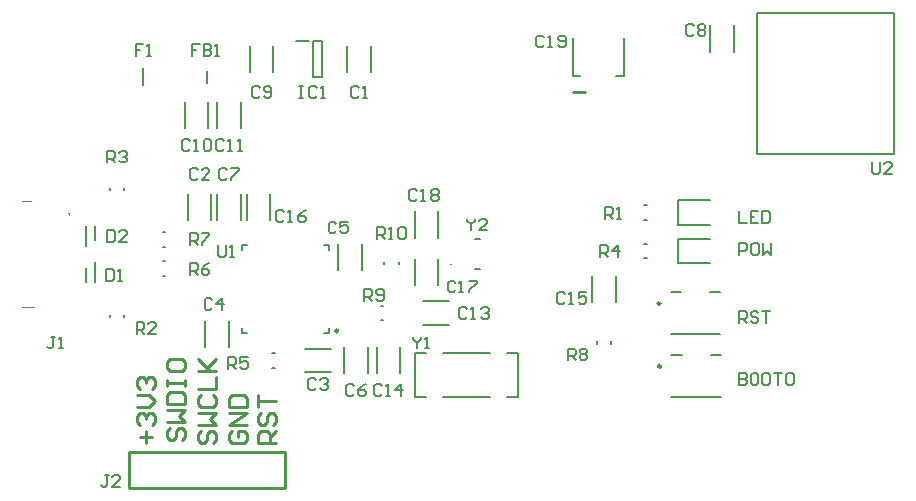
<source format=gto>
G04*
G04 #@! TF.GenerationSoftware,Altium Limited,Altium Designer,25.8.1 (18)*
G04*
G04 Layer_Color=65535*
%FSLAX44Y44*%
%MOMM*%
G71*
G04*
G04 #@! TF.SameCoordinates,5983EDC3-4ECE-46C9-A552-0EA99BB4F25C*
G04*
G04*
G04 #@! TF.FilePolarity,Positive*
G04*
G01*
G75*
%ADD10C,0.2500*%
%ADD11C,0.1000*%
%ADD12C,0.2000*%
%ADD13C,0.2540*%
%ADD14C,0.1270*%
%ADD15C,0.1500*%
D10*
X1077250Y477500D02*
G03*
X1077250Y477500I-1250J0D01*
G01*
X1350250Y500500D02*
G03*
X1350250Y500500I-1250J0D01*
G01*
X1350750Y447500D02*
G03*
X1350750Y447500I-1250J0D01*
G01*
D11*
X1213500Y464000D02*
G03*
X1213500Y465000I0J500D01*
G01*
D02*
G03*
X1213500Y464000I0J-500D01*
G01*
X1172000Y533500D02*
G03*
X1173000Y533500I500J0D01*
G01*
D02*
G03*
X1172000Y533500I-500J0D01*
G01*
X810000Y497800D02*
X820000D01*
X810000D02*
X820000D01*
X810000Y587200D02*
X817500D01*
X810000D02*
Y587500D01*
X817500D01*
Y587200D02*
Y587500D01*
D12*
X849500Y576500D02*
G03*
X849500Y575500I0J-500D01*
G01*
D02*
G03*
X849500Y576500I0J500D01*
G01*
D02*
G03*
X849500Y575500I0J-500D01*
G01*
X1065250Y550000D02*
X1069500D01*
Y545750D02*
Y550000D01*
X995500D02*
X999750D01*
X995500Y545750D02*
Y550000D01*
Y476000D02*
Y480250D01*
Y476000D02*
X999750D01*
X1065250D02*
X1069500D01*
Y480250D01*
X1166000Y421500D02*
X1206000D01*
X1166000Y458500D02*
X1206000D01*
X1142500Y421500D02*
X1152000D01*
X1142500D02*
Y458500D01*
X1152000D01*
X1220000Y421500D02*
X1229500D01*
X1230000Y458500D01*
X1220000D02*
X1230000D01*
X929000Y548750D02*
X931000D01*
X929000Y561250D02*
X931000D01*
X871500Y554000D02*
Y566000D01*
X863500Y549300D02*
Y566000D01*
X1077500Y528950D02*
Y551050D01*
X1097500Y528950D02*
Y551050D01*
X1021500Y458750D02*
X1023500D01*
X1021500Y446250D02*
X1023500D01*
X871500Y519000D02*
Y535700D01*
X863500Y519000D02*
Y531000D01*
X912500Y685250D02*
Y699750D01*
X1056250Y722500D02*
X1063750D01*
Y692500D02*
Y722500D01*
X1056250Y692500D02*
X1063750D01*
X1056250D02*
Y722500D01*
X1041250D02*
X1052750D01*
X966191Y687250D02*
Y697750D01*
X1364750Y555500D02*
X1392000D01*
X1364750Y534500D02*
Y555500D01*
Y534500D02*
X1392000D01*
X1364750Y588000D02*
X1392000D01*
X1364750Y567000D02*
Y588000D01*
Y567000D02*
X1392000D01*
X1193000Y555000D02*
X1197000D01*
X1193000Y530000D02*
X1197000D01*
X1392250Y510250D02*
X1401000D01*
X1359000D02*
X1367750D01*
X1359000Y474750D02*
X1401000D01*
X1392750Y457250D02*
X1401500D01*
X1359500D02*
X1368250D01*
X1359500Y421750D02*
X1401500D01*
X1148950Y482500D02*
X1171050D01*
X1148950Y502500D02*
X1171050D01*
X985000Y463950D02*
Y486050D01*
X965000Y463950D02*
Y486050D01*
X929000Y536250D02*
X931000D01*
X929000Y523750D02*
X931000D01*
X950000Y571450D02*
Y593550D01*
X970000Y571450D02*
Y593550D01*
X1020000Y571450D02*
Y593550D01*
X1000000Y571450D02*
Y593550D01*
X975000Y571450D02*
Y593550D01*
X995000Y571450D02*
Y593550D01*
X975000Y648950D02*
Y671050D01*
X995000Y648950D02*
Y671050D01*
X947500Y648950D02*
Y671050D01*
X967500Y648950D02*
Y671050D01*
X1308750Y466500D02*
Y468500D01*
X1296250Y466500D02*
Y468500D01*
X1292500Y501450D02*
Y523550D01*
X1312500Y501450D02*
Y523550D01*
X1319000Y693500D02*
Y725000D01*
X1312500Y693500D02*
X1319000D01*
X1276000D02*
Y725000D01*
Y693500D02*
X1282500D01*
X1312500D02*
X1319000D01*
Y725000D01*
X1412500Y713950D02*
Y736050D01*
X1392500Y713950D02*
Y736050D01*
X1336500Y551250D02*
X1338500D01*
X1336500Y538750D02*
X1338500D01*
X1336500Y583750D02*
X1338500D01*
X1336500Y571250D02*
X1338500D01*
X896250Y596500D02*
Y598500D01*
X883750Y596500D02*
Y598500D01*
Y489000D02*
Y491000D01*
X896250Y489000D02*
Y491000D01*
X1022500Y696450D02*
Y718550D01*
X1002500Y696450D02*
Y718550D01*
X1105000Y696450D02*
Y718550D01*
X1085000Y696450D02*
Y718550D01*
X1113500Y486250D02*
X1115500D01*
X1113500Y498750D02*
X1115500D01*
X1116250Y534000D02*
Y536000D01*
X1128750Y534000D02*
Y536000D01*
X1142000Y556450D02*
Y578550D01*
X1162000Y556450D02*
Y578550D01*
X1130000Y441450D02*
Y463550D01*
X1110000Y441450D02*
Y463550D01*
X1142000Y516450D02*
Y538550D01*
X1162000Y516450D02*
Y538550D01*
X1082500Y441450D02*
Y463550D01*
X1102500Y441450D02*
Y463550D01*
X1048950Y462500D02*
X1071050D01*
X1048950Y442500D02*
X1071050D01*
D13*
X900660Y344760D02*
Y375240D01*
X1032740Y344760D02*
Y352380D01*
X900660Y344760D02*
X1032740D01*
Y352380D02*
Y367620D01*
Y375240D01*
X900660D02*
X1032740D01*
X1276310Y680080D02*
X1286467D01*
X1024960Y382540D02*
X1009725D01*
Y390158D01*
X1012264Y392697D01*
X1017343D01*
X1019882Y390158D01*
Y382540D01*
Y387618D02*
X1024960Y392697D01*
X1012264Y407932D02*
X1009725Y405393D01*
Y400314D01*
X1012264Y397775D01*
X1014803D01*
X1017343Y400314D01*
Y405393D01*
X1019882Y407932D01*
X1022421D01*
X1024960Y405393D01*
Y400314D01*
X1022421Y397775D01*
X1009725Y413010D02*
Y423167D01*
Y418088D01*
X1024960D01*
X987264Y392697D02*
X984725Y390158D01*
Y385079D01*
X987264Y382540D01*
X997421D01*
X999960Y385079D01*
Y390158D01*
X997421Y392697D01*
X992343D01*
Y387618D01*
X999960Y397775D02*
X984725D01*
X999960Y407932D01*
X984725D01*
Y413010D02*
X999960D01*
Y420628D01*
X997421Y423167D01*
X987264D01*
X984725Y420628D01*
Y413010D01*
X961415Y392747D02*
X958876Y390207D01*
Y385129D01*
X961415Y382590D01*
X963954D01*
X966493Y385129D01*
Y390207D01*
X969033Y392747D01*
X971572D01*
X974111Y390207D01*
Y385129D01*
X971572Y382590D01*
X958876Y397825D02*
X974111D01*
X969033Y402903D01*
X974111Y407981D01*
X958876D01*
X961415Y423217D02*
X958876Y420677D01*
Y415599D01*
X961415Y413060D01*
X971572D01*
X974111Y415599D01*
Y420677D01*
X971572Y423217D01*
X958876Y428295D02*
X974111D01*
Y438452D01*
X958876Y443530D02*
X974111D01*
X969033D01*
X958876Y453687D01*
X966493Y446069D01*
X974111Y453687D01*
X935127Y395166D02*
X932588Y392626D01*
Y387548D01*
X935127Y385009D01*
X937666D01*
X940206Y387548D01*
Y392626D01*
X942745Y395166D01*
X945284D01*
X947823Y392626D01*
Y387548D01*
X945284Y385009D01*
X932588Y400244D02*
X947823D01*
X942745Y405322D01*
X947823Y410401D01*
X932588D01*
Y415479D02*
X947823D01*
Y423097D01*
X945284Y425636D01*
X935127D01*
X932588Y423097D01*
Y415479D01*
Y430714D02*
Y435793D01*
Y433253D01*
X947823D01*
Y430714D01*
Y435793D01*
X932588Y451027D02*
Y445949D01*
X935127Y443410D01*
X945284D01*
X947823Y445949D01*
Y451027D01*
X945284Y453567D01*
X935127D01*
X932588Y451027D01*
X914842Y382540D02*
Y392697D01*
X909764Y387618D02*
X919921D01*
X909764Y397775D02*
X907225Y400314D01*
Y405393D01*
X909764Y407932D01*
X912303D01*
X914842Y405393D01*
Y402853D01*
Y405393D01*
X917382Y407932D01*
X919921D01*
X922460Y405393D01*
Y400314D01*
X919921Y397775D01*
X907225Y413010D02*
X917382D01*
X922460Y418088D01*
X917382Y423167D01*
X907225D01*
X909764Y428245D02*
X907225Y430784D01*
Y435863D01*
X909764Y438402D01*
X912303D01*
X914842Y435863D01*
Y433324D01*
Y435863D01*
X917382Y438402D01*
X919921D01*
X922460Y435863D01*
Y430784D01*
X919921Y428245D01*
D14*
X1432260Y626800D02*
X1547830D01*
Y746800D01*
X1432260D02*
X1547830D01*
X1432260Y626800D02*
Y746800D01*
D15*
X1416842Y541500D02*
Y551497D01*
X1421840D01*
X1423506Y549831D01*
Y546498D01*
X1421840Y544832D01*
X1416842D01*
X1431837Y551497D02*
X1428505D01*
X1426839Y549831D01*
Y543166D01*
X1428505Y541500D01*
X1431837D01*
X1433503Y543166D01*
Y549831D01*
X1431837Y551497D01*
X1436835D02*
Y541500D01*
X1440168Y544832D01*
X1443500Y541500D01*
Y551497D01*
X1416500Y484000D02*
Y493997D01*
X1421498D01*
X1423165Y492331D01*
Y488998D01*
X1421498Y487332D01*
X1416500D01*
X1419832D02*
X1423165Y484000D01*
X1433161Y492331D02*
X1431495Y493997D01*
X1428163D01*
X1426497Y492331D01*
Y490664D01*
X1428163Y488998D01*
X1431495D01*
X1433161Y487332D01*
Y485666D01*
X1431495Y484000D01*
X1428163D01*
X1426497Y485666D01*
X1436494Y493997D02*
X1443158D01*
X1439826D01*
Y484000D01*
X1416500Y441497D02*
Y431500D01*
X1421498D01*
X1423165Y433166D01*
Y434832D01*
X1421498Y436498D01*
X1416500D01*
X1421498D01*
X1423165Y438164D01*
Y439831D01*
X1421498Y441497D01*
X1416500D01*
X1431495D02*
X1428163D01*
X1426497Y439831D01*
Y433166D01*
X1428163Y431500D01*
X1431495D01*
X1433161Y433166D01*
Y439831D01*
X1431495Y441497D01*
X1441492D02*
X1438160D01*
X1436494Y439831D01*
Y433166D01*
X1438160Y431500D01*
X1441492D01*
X1443158Y433166D01*
Y439831D01*
X1441492Y441497D01*
X1446490D02*
X1453155D01*
X1449823D01*
Y431500D01*
X1456487Y439831D02*
X1458153Y441497D01*
X1461485D01*
X1463152Y439831D01*
Y433166D01*
X1461485Y431500D01*
X1458153D01*
X1456487Y433166D01*
Y439831D01*
X1416500Y578997D02*
Y569000D01*
X1423165D01*
X1433161Y578997D02*
X1426497D01*
Y569000D01*
X1433161D01*
X1426497Y573998D02*
X1429829D01*
X1436494Y578997D02*
Y569000D01*
X1441492D01*
X1443158Y570666D01*
Y577331D01*
X1441492Y578997D01*
X1436494D01*
X882934Y354998D02*
X879602D01*
X881268D01*
Y346668D01*
X879602Y345002D01*
X877935D01*
X876269Y346668D01*
X892931Y345002D02*
X886266D01*
X892931Y351666D01*
Y353332D01*
X891264Y354998D01*
X887932D01*
X886266Y353332D01*
X975835Y549998D02*
Y541668D01*
X977502Y540002D01*
X980834D01*
X982500Y541668D01*
Y549998D01*
X985832Y540002D02*
X989165D01*
X987498D01*
Y549998D01*
X985832Y548332D01*
X1140835Y472498D02*
Y470832D01*
X1144168Y467500D01*
X1147500Y470832D01*
Y472498D01*
X1144168Y467500D02*
Y462502D01*
X1150832D02*
X1154165D01*
X1152498D01*
Y472498D01*
X1150832Y470832D01*
X881669Y562498D02*
Y552502D01*
X886668D01*
X888334Y554168D01*
Y560832D01*
X886668Y562498D01*
X881669D01*
X898331Y552502D02*
X891666D01*
X898331Y559166D01*
Y560832D01*
X896665Y562498D01*
X893332D01*
X891666Y560832D01*
X880835Y529998D02*
Y520002D01*
X885834D01*
X887500Y521668D01*
Y528332D01*
X885834Y529998D01*
X880835D01*
X890832Y520002D02*
X894165D01*
X892498D01*
Y529998D01*
X890832Y528332D01*
X1186669Y572498D02*
Y570832D01*
X1190002Y567500D01*
X1193334Y570832D01*
Y572498D01*
X1190002Y567500D02*
Y562502D01*
X1203331D02*
X1196666D01*
X1203331Y569166D01*
Y570832D01*
X1201665Y572498D01*
X1198332D01*
X1196666Y570832D01*
X1044170Y684998D02*
X1047502D01*
X1045836D01*
Y675002D01*
X1044170D01*
X1047502D01*
X1059165Y683332D02*
X1057499Y684998D01*
X1054167D01*
X1052501Y683332D01*
Y676668D01*
X1054167Y675002D01*
X1057499D01*
X1059165Y676668D01*
X1062498Y675002D02*
X1065830D01*
X1064164D01*
Y684998D01*
X1062498Y683332D01*
X960002Y719998D02*
X953337D01*
Y715000D01*
X956669D01*
X953337D01*
Y710002D01*
X963334Y719998D02*
Y710002D01*
X968332D01*
X969998Y711668D01*
Y713334D01*
X968332Y715000D01*
X963334D01*
X968332D01*
X969998Y716666D01*
Y718332D01*
X968332Y719998D01*
X963334D01*
X973331Y710002D02*
X976663D01*
X974997D01*
Y719998D01*
X973331Y718332D01*
X912500Y719998D02*
X905835D01*
Y715000D01*
X909168D01*
X905835D01*
Y710002D01*
X915832D02*
X919165D01*
X917498D01*
Y719998D01*
X915832Y718332D01*
X1251668Y725832D02*
X1250002Y727498D01*
X1246670D01*
X1245004Y725832D01*
Y719168D01*
X1246670Y717502D01*
X1250002D01*
X1251668Y719168D01*
X1255001Y717502D02*
X1258333D01*
X1256667D01*
Y727498D01*
X1255001Y725832D01*
X1263332Y719168D02*
X1264998Y717502D01*
X1268330D01*
X1269996Y719168D01*
Y725832D01*
X1268330Y727498D01*
X1264998D01*
X1263332Y725832D01*
Y724166D01*
X1264998Y722500D01*
X1269996D01*
X1529169Y619998D02*
Y611668D01*
X1530836Y610002D01*
X1534168D01*
X1535834Y611668D01*
Y619998D01*
X1545831Y610002D02*
X1539166D01*
X1545831Y616666D01*
Y618332D01*
X1544164Y619998D01*
X1540832D01*
X1539166Y618332D01*
X1378334Y735832D02*
X1376668Y737498D01*
X1373336D01*
X1371669Y735832D01*
Y729168D01*
X1373336Y727502D01*
X1376668D01*
X1378334Y729168D01*
X1381666Y735832D02*
X1383332Y737498D01*
X1386664D01*
X1388331Y735832D01*
Y734166D01*
X1386664Y732500D01*
X1388331Y730834D01*
Y729168D01*
X1386664Y727502D01*
X1383332D01*
X1381666Y729168D01*
Y730834D01*
X1383332Y732500D01*
X1381666Y734166D01*
Y735832D01*
X1383332Y732500D02*
X1386664D01*
X1299169Y540002D02*
Y549998D01*
X1304168D01*
X1305834Y548332D01*
Y545000D01*
X1304168Y543334D01*
X1299169D01*
X1302502D02*
X1305834Y540002D01*
X1314164D02*
Y549998D01*
X1309166Y545000D01*
X1315831D01*
X1303336Y572502D02*
Y582498D01*
X1308334D01*
X1310000Y580832D01*
Y577500D01*
X1308334Y575834D01*
X1303336D01*
X1306668D02*
X1310000Y572502D01*
X1313332D02*
X1316664D01*
X1314998D01*
Y582498D01*
X1313332Y580832D01*
X951669Y525002D02*
Y534998D01*
X956668D01*
X958334Y533332D01*
Y530000D01*
X956668Y528334D01*
X951669D01*
X955002D02*
X958334Y525002D01*
X968331Y534998D02*
X964998Y533332D01*
X961666Y530000D01*
Y526668D01*
X963332Y525002D01*
X966665D01*
X968331Y526668D01*
Y528334D01*
X966665Y530000D01*
X961666D01*
X951669Y550002D02*
Y559998D01*
X956668D01*
X958334Y558332D01*
Y555000D01*
X956668Y553334D01*
X951669D01*
X955002D02*
X958334Y550002D01*
X961666Y559998D02*
X968331D01*
Y558332D01*
X961666Y551668D01*
Y550002D01*
X980835Y638332D02*
X979169Y639998D01*
X975836D01*
X974170Y638332D01*
Y631668D01*
X975836Y630002D01*
X979169D01*
X980835Y631668D01*
X984167Y630002D02*
X987499D01*
X985833D01*
Y639998D01*
X984167Y638332D01*
X992498Y630002D02*
X995830D01*
X994164D01*
Y639998D01*
X992498Y638332D01*
X951668D02*
X950002Y639998D01*
X946670D01*
X945004Y638332D01*
Y631668D01*
X946670Y630002D01*
X950002D01*
X951668Y631668D01*
X955001Y630002D02*
X958333D01*
X956667D01*
Y639998D01*
X955001Y638332D01*
X963331D02*
X964998Y639998D01*
X968330D01*
X969996Y638332D01*
Y631668D01*
X968330Y630002D01*
X964998D01*
X963331Y631668D01*
Y638332D01*
X881669Y620002D02*
Y629998D01*
X886668D01*
X888334Y628332D01*
Y625000D01*
X886668Y623334D01*
X881669D01*
X885002D02*
X888334Y620002D01*
X891666Y628332D02*
X893332Y629998D01*
X896665D01*
X898331Y628332D01*
Y626666D01*
X896665Y625000D01*
X894998D01*
X896665D01*
X898331Y623334D01*
Y621668D01*
X896665Y620002D01*
X893332D01*
X891666Y621668D01*
X906669Y475002D02*
Y484998D01*
X911668D01*
X913334Y483332D01*
Y480000D01*
X911668Y478334D01*
X906669D01*
X910002D02*
X913334Y475002D01*
X923331D02*
X916666D01*
X923331Y481666D01*
Y483332D01*
X921665Y484998D01*
X918332D01*
X916666Y483332D01*
X1010834Y683332D02*
X1009168Y684998D01*
X1005835D01*
X1004169Y683332D01*
Y676668D01*
X1005835Y675002D01*
X1009168D01*
X1010834Y676668D01*
X1014166D02*
X1015832Y675002D01*
X1019165D01*
X1020831Y676668D01*
Y683332D01*
X1019165Y684998D01*
X1015832D01*
X1014166Y683332D01*
Y681666D01*
X1015832Y680000D01*
X1020831D01*
X1095000Y683332D02*
X1093334Y684998D01*
X1090002D01*
X1088335Y683332D01*
Y676668D01*
X1090002Y675002D01*
X1093334D01*
X1095000Y676668D01*
X1098332Y675002D02*
X1101665D01*
X1099998D01*
Y684998D01*
X1098332Y683332D01*
X1099169Y502502D02*
Y512498D01*
X1104168D01*
X1105834Y510832D01*
Y507500D01*
X1104168Y505834D01*
X1099169D01*
X1102502D02*
X1105834Y502502D01*
X1109166Y504168D02*
X1110832Y502502D01*
X1114165D01*
X1115831Y504168D01*
Y510832D01*
X1114165Y512498D01*
X1110832D01*
X1109166Y510832D01*
Y509166D01*
X1110832Y507500D01*
X1115831D01*
X1110004Y555002D02*
Y564998D01*
X1115002D01*
X1116668Y563332D01*
Y560000D01*
X1115002Y558334D01*
X1110004D01*
X1113336D02*
X1116668Y555002D01*
X1120001D02*
X1123333D01*
X1121667D01*
Y564998D01*
X1120001Y563332D01*
X1128331D02*
X1129998Y564998D01*
X1133330D01*
X1134996Y563332D01*
Y556668D01*
X1133330Y555002D01*
X1129998D01*
X1128331Y556668D01*
Y563332D01*
X1144169Y595832D02*
X1142502Y597498D01*
X1139170D01*
X1137504Y595832D01*
Y589168D01*
X1139170Y587502D01*
X1142502D01*
X1144169Y589168D01*
X1147501Y587502D02*
X1150833D01*
X1149167D01*
Y597498D01*
X1147501Y595832D01*
X1155832D02*
X1157498Y597498D01*
X1160830D01*
X1162496Y595832D01*
Y594166D01*
X1160830Y592500D01*
X1162496Y590834D01*
Y589168D01*
X1160830Y587502D01*
X1157498D01*
X1155832Y589168D01*
Y590834D01*
X1157498Y592500D01*
X1155832Y594166D01*
Y595832D01*
X1157498Y592500D02*
X1160830D01*
X1186668Y495832D02*
X1185002Y497498D01*
X1181670D01*
X1180004Y495832D01*
Y489168D01*
X1181670Y487502D01*
X1185002D01*
X1186668Y489168D01*
X1190001Y487502D02*
X1193333D01*
X1191667D01*
Y497498D01*
X1190001Y495832D01*
X1198332D02*
X1199998Y497498D01*
X1203330D01*
X1204996Y495832D01*
Y494166D01*
X1203330Y492500D01*
X1201664D01*
X1203330D01*
X1204996Y490834D01*
Y489168D01*
X1203330Y487502D01*
X1199998D01*
X1198332Y489168D01*
X1114168Y430832D02*
X1112502Y432498D01*
X1109170D01*
X1107504Y430832D01*
Y424168D01*
X1109170Y422502D01*
X1112502D01*
X1114168Y424168D01*
X1117501Y422502D02*
X1120833D01*
X1119167D01*
Y432498D01*
X1117501Y430832D01*
X1130830Y422502D02*
Y432498D01*
X1125832Y427500D01*
X1132496D01*
X1176668Y518332D02*
X1175002Y519998D01*
X1171670D01*
X1170004Y518332D01*
Y511668D01*
X1171670Y510002D01*
X1175002D01*
X1176668Y511668D01*
X1180001Y510002D02*
X1183333D01*
X1181667D01*
Y519998D01*
X1180001Y518332D01*
X1188332Y519998D02*
X1194996D01*
Y518332D01*
X1188332Y511668D01*
Y510002D01*
X1271669Y452502D02*
Y462498D01*
X1276668D01*
X1278334Y460832D01*
Y457500D01*
X1276668Y455834D01*
X1271669D01*
X1275002D02*
X1278334Y452502D01*
X1281666Y460832D02*
X1283332Y462498D01*
X1286664D01*
X1288331Y460832D01*
Y459166D01*
X1286664Y457500D01*
X1288331Y455834D01*
Y454168D01*
X1286664Y452502D01*
X1283332D01*
X1281666Y454168D01*
Y455834D01*
X1283332Y457500D01*
X1281666Y459166D01*
Y460832D01*
X1283332Y457500D02*
X1286664D01*
X984169Y445002D02*
Y454998D01*
X989168D01*
X990834Y453332D01*
Y450000D01*
X989168Y448334D01*
X984169D01*
X987502D02*
X990834Y445002D01*
X1000831Y454998D02*
X994166D01*
Y450000D01*
X997498Y451666D01*
X999165D01*
X1000831Y450000D01*
Y446668D01*
X999165Y445002D01*
X995832D01*
X994166Y446668D01*
X958334Y613332D02*
X956668Y614998D01*
X953335D01*
X951669Y613332D01*
Y606668D01*
X953335Y605002D01*
X956668D01*
X958334Y606668D01*
X968331Y605002D02*
X961666D01*
X968331Y611666D01*
Y613332D01*
X966665Y614998D01*
X963332D01*
X961666Y613332D01*
X970834Y503332D02*
X969168Y504998D01*
X965835D01*
X964169Y503332D01*
Y496668D01*
X965835Y495002D01*
X969168D01*
X970834Y496668D01*
X979165Y495002D02*
Y504998D01*
X974166Y500000D01*
X980831D01*
X1090834Y430832D02*
X1089168Y432498D01*
X1085835D01*
X1084169Y430832D01*
Y424168D01*
X1085835Y422502D01*
X1089168D01*
X1090834Y424168D01*
X1100831Y432498D02*
X1097498Y430832D01*
X1094166Y427500D01*
Y424168D01*
X1095832Y422502D01*
X1099165D01*
X1100831Y424168D01*
Y425834D01*
X1099165Y427500D01*
X1094166D01*
X1075834Y568332D02*
X1074168Y569998D01*
X1070835D01*
X1069169Y568332D01*
Y561668D01*
X1070835Y560002D01*
X1074168D01*
X1075834Y561668D01*
X1085831Y569998D02*
X1079166D01*
Y565000D01*
X1082498Y566666D01*
X1084165D01*
X1085831Y565000D01*
Y561668D01*
X1084165Y560002D01*
X1080832D01*
X1079166Y561668D01*
X983334Y613332D02*
X981668Y614998D01*
X978335D01*
X976669Y613332D01*
Y606668D01*
X978335Y605002D01*
X981668D01*
X983334Y606668D01*
X986666Y614998D02*
X993331D01*
Y613332D01*
X986666Y606668D01*
Y605002D01*
X1058334Y435832D02*
X1056668Y437498D01*
X1053335D01*
X1051669Y435832D01*
Y429168D01*
X1053335Y427502D01*
X1056668D01*
X1058334Y429168D01*
X1061666Y435832D02*
X1063332Y437498D01*
X1066665D01*
X1068331Y435832D01*
Y434166D01*
X1066665Y432500D01*
X1064998D01*
X1066665D01*
X1068331Y430834D01*
Y429168D01*
X1066665Y427502D01*
X1063332D01*
X1061666Y429168D01*
X1031668Y578332D02*
X1030002Y579998D01*
X1026670D01*
X1025004Y578332D01*
Y571668D01*
X1026670Y570002D01*
X1030002D01*
X1031668Y571668D01*
X1035001Y570002D02*
X1038333D01*
X1036667D01*
Y579998D01*
X1035001Y578332D01*
X1049996Y579998D02*
X1046664Y578332D01*
X1043332Y575000D01*
Y571668D01*
X1044998Y570002D01*
X1048330D01*
X1049996Y571668D01*
Y573334D01*
X1048330Y575000D01*
X1043332D01*
X837500Y472498D02*
X834168D01*
X835834D01*
Y464168D01*
X834168Y462502D01*
X832502D01*
X830835Y464168D01*
X840832Y462502D02*
X844165D01*
X842498D01*
Y472498D01*
X840832Y470832D01*
X1269168Y508332D02*
X1267502Y509998D01*
X1264170D01*
X1262504Y508332D01*
Y501668D01*
X1264170Y500002D01*
X1267502D01*
X1269168Y501668D01*
X1272501Y500002D02*
X1275833D01*
X1274167D01*
Y509998D01*
X1272501Y508332D01*
X1287496Y509998D02*
X1280831D01*
Y505000D01*
X1284164Y506666D01*
X1285830D01*
X1287496Y505000D01*
Y501668D01*
X1285830Y500002D01*
X1282498D01*
X1280831Y501668D01*
M02*

</source>
